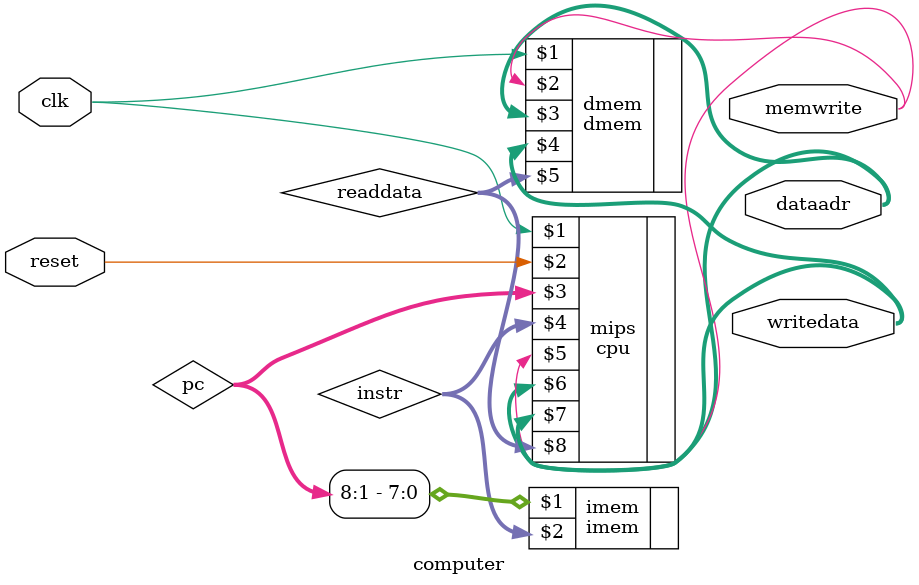
<source format=sv>
`ifndef COMPUTER
`define COMPUTER

`timescale 1ns/100ps

`include "../cpu/cpu.sv"
`include "../imem/imem.sv"
`include "../dmem/dmem.sv"

module computer
    #(parameter n = 16)(
    //
    // ---------------- PORT DEFINITIONS ----------------
    //
    input  logic           clk, reset, 
    output logic [(n-1):0] writedata, dataadr, 
    output logic           memwrite
);
    //
    // ---------------- MODULE DESIGN IMPLEMENTATION ----------------
    //
    logic [(n-1):0] pc, instr, readdata;

    // computer internal components

    // the RISC CPU
    cpu mips(clk, reset, pc, instr, memwrite, dataadr, writedata, readdata);
    // the instruction memory ("text segment") in main memory
    imem imem(pc[8:1], instr);
    // the data memory ("data segment") in main memory
    dmem dmem(clk, memwrite, dataadr, writedata, readdata);

endmodule

`endif // COMPUTER

</source>
